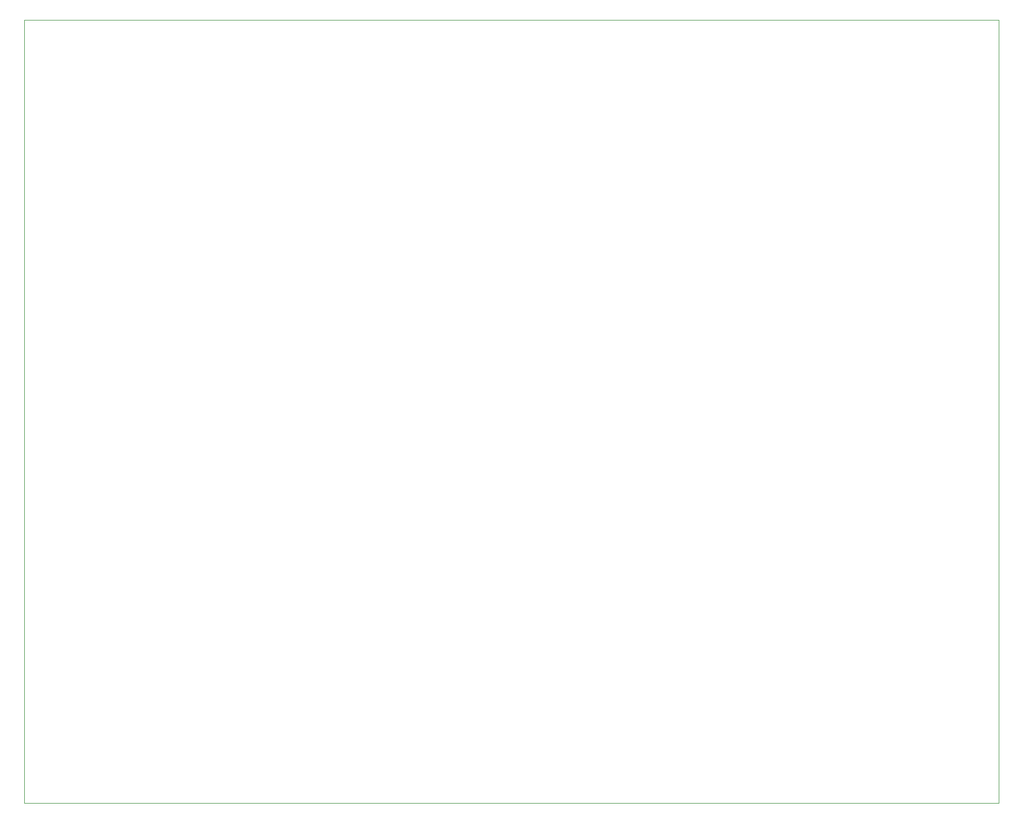
<source format=gbr>
%TF.GenerationSoftware,KiCad,Pcbnew,6.0.0-rc1-unknown-c40e921cb3~144~ubuntu20.04.1*%
%TF.CreationDate,2021-11-23T20:48:53+02:00*%
%TF.ProjectId,solar_lantern,736f6c61-725f-46c6-916e-7465726e2e6b,1*%
%TF.SameCoordinates,Original*%
%TF.FileFunction,Profile,NP*%
%FSLAX46Y46*%
G04 Gerber Fmt 4.6, Leading zero omitted, Abs format (unit mm)*
G04 Created by KiCad (PCBNEW 6.0.0-rc1-unknown-c40e921cb3~144~ubuntu20.04.1) date 2021-11-23 20:48:53*
%MOMM*%
%LPD*%
G01*
G04 APERTURE LIST*
%TA.AperFunction,Profile*%
%ADD10C,0.050000*%
%TD*%
G04 APERTURE END LIST*
D10*
X50000000Y-22000000D02*
X203000000Y-22000000D01*
X203000000Y-22000000D02*
X203000000Y-145000000D01*
X203000000Y-145000000D02*
X50000000Y-145000000D01*
X50000000Y-145000000D02*
X50000000Y-22000000D01*
M02*

</source>
